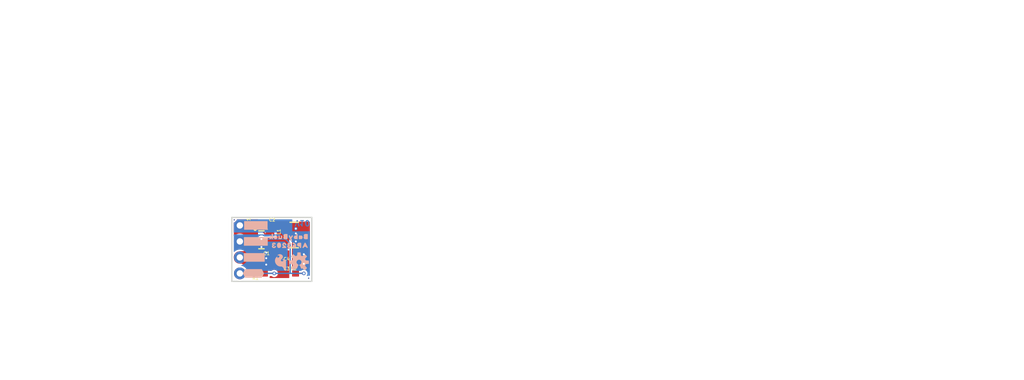
<source format=kicad_pcb>
(kicad_pcb (version 20211014) (generator pcbnew)
  (layers (0 "F.Cu" signal) (31 "B.Cu" signal) (34 "B.Paste" user) (35 "F.Paste" user) (36 "B.SilkS" user "B.Silkscreen") (37 "F.SilkS" user "F.Silkscreen") (38 "B.Mask" user) (39 "F.Mask" user) (44 "Edge.Cuts" user))
  (net 0 "")
  (net 1 "GND")
  (net 2 "N$4")
  (net 3 "N$5")
  (net 4 "VIN")
  (net 5 "3.3V")
  (net 6 "EN")
  (footprint "eagleBoard:ORDERING_INSTRUCTIONS" (layer "F.Cu") (at 166.2811 65.6336)
    (fp_text reference "LOGO3" hide)
    (fp_text value "SPECIAL_INSTRUCTIONS-ORDERING" hide)
  )
  (footprint "eagleBoard:FIDUCIAL-0.2MM" (layer "F.Cu") (at 154.3431 109.5756)
    (fp_text reference "FD1" hide)
    (fp_text value "FIDUCIAL0.2MM" hide)
    (pad "1" smd roundrect (at 0 0) (size 0.2 0.2) (layers "F.Cu") (roundrect_rratio 0.5))
  )
  (footprint "eagleBoard:INDUCTOR_4X4MM" (layer "F.Cu") (at 152.0571 102.7176 90)
    (fp_text reference "L1" (at 0 -2.442 90) (layer "F.SilkS") (effects (font (size 0.512064 0.512064) (thickness 0.097536)) (justify left)))
    (fp_text value "4.7μH")
    (fp_line (start -2.024062 -0.674687) (end -2.024062 0.674687) (layer "F.SilkS") (width 0.2032))
    (fp_line (start 2.024062 -0.674687) (end 2.024062 0.674687) (layer "F.SilkS") (width 0.2032))
    (pad "P$1" smd roundrect (at 0 -1.4732 90) (size 4.0894 1.143) (layers "F.Cu" "F.Paste" "F.Mask") (roundrect_rratio 0.04444444444) (net 3 "N$5"))
    (pad "P$2" smd roundrect (at 0 1.4732 90) (size 4.0894 1.143) (layers "F.Cu" "F.Paste" "F.Mask") (roundrect_rratio 0.04444444444) (net 5 "3.3V"))
  )
  (footprint "eagleBoard:0603" (layer "F.Cu") (at 146.4691 108.8136 180)
    (fp_text reference "R1" (at 0 -0.762) (layer "F.SilkS") (effects (font (size 0.512064 0.512064) (thickness 0.097536)) (justify right)))
    (fp_text value "100k")
    (pad "1" smd roundrect (at -0.85 0 180) (size 1.1 1) (layers "F.Cu" "F.Paste" "F.Mask") (roundrect_rratio 0.0508) (net 6 "EN"))
    (pad "2" smd roundrect (at 0.85 0 180) (size 1.1 1) (layers "F.Cu" "F.Paste" "F.Mask") (roundrect_rratio 0.0508) (net 4 "VIN"))
  )
  (footprint "eagleBoard:0603" (layer "F.Cu") (at 151.4221 107.2896 180)
    (fp_text reference "C3" (at 0 -0.762) (layer "F.SilkS") (effects (font (size 0.512064 0.512064) (thickness 0.097536)) (justify right)))
    (fp_text value "22uF")
    (pad "1" smd roundrect (at -0.85 0 180) (size 1.1 1) (layers "F.Cu" "F.Paste" "F.Mask") (roundrect_rratio 0.0508) (net 5 "3.3V"))
    (pad "2" smd roundrect (at 0.85 0 180) (size 1.1 1) (layers "F.Cu" "F.Paste" "F.Mask") (roundrect_rratio 0.0508) (net 1 "GND"))
  )
  (footprint "eagleBoard:FIDUCIAL-0.2MM" (layer "F.Cu") (at 142.5321 100.3046)
    (fp_text reference "FD3" hide)
    (fp_text value "FIDUCIAL0.2MM" hide)
    (pad "1" smd roundrect (at 0 0) (size 0.2 0.2) (layers "F.Cu") (roundrect_rratio 0.5))
  )
  (footprint "eagleBoard:0603" (layer "F.Cu") (at 151.4221 108.8136)
    (fp_text reference "R2" (at 0 -0.762) (layer "F.SilkS") (effects (font (size 0.512064 0.512064) (thickness 0.097536)) (justify left)))
    (fp_text value "100k")
    (pad "1" smd roundrect (at -0.85 0) (size 1.1 1) (layers "F.Cu" "F.Paste" "F.Mask") (roundrect_rratio 0.0508) (net 1 "GND"))
    (pad "2" smd roundrect (at 0.85 0) (size 1.1 1) (layers "F.Cu" "F.Paste" "F.Mask") (roundrect_rratio 0.0508) (net 6 "EN"))
  )
  (footprint "eagleBoard:SOT23-6" (layer "F.Cu") (at 146.8501 103.4796 -90)
    (fp_text reference "U1" (at -1.905 0) (layer "F.SilkS") (effects (font (size 0.512064 0.512064) (thickness 0.097536)) (justify left)))
    (fp_text value "AP63203")
    (fp_line (start 1.4224 -0.4294) (end 1.4224 0.4294) (layer "F.SilkS") (width 0.2032))
    (fp_line (start -1.4224 0.4294) (end -1.4224 -0.4294) (layer "F.SilkS") (width 0.2032))
    (fp_circle (center -1.65 1) (end -1.5064 1) (layer "F.SilkS") (width 0.2032) (fill none))
    (pad "1" smd roundrect (at -0.95 1.3751 270) (size 0.55 1.35) (layers "F.Cu" "F.Paste" "F.Mask") (roundrect_rratio 0.09236363636) (net 5 "3.3V"))
    (pad "2" smd roundrect (at 0 1.3751 270) (size 0.55 1.35) (layers "F.Cu" "F.Paste" "F.Mask") (roundrect_rratio 0.09236363636) (net 6 "EN"))
    (pad "3" smd roundrect (at 0.95 1.3751 270) (size 0.55 1.35) (layers "F.Cu" "F.Paste" "F.Mask") (roundrect_rratio 0.09236363636) (net 4 "VIN"))
    (pad "4" smd roundrect (at 0.95 -1.3751 270) (size 0.55 1.35) (layers "F.Cu" "F.Paste" "F.Mask") (roundrect_rratio 0.09236363636) (net 1 "GND"))
    (pad "5" smd roundrect (at 0 -1.3751 270) (size 0.55 1.35) (layers "F.Cu" "F.Paste" "F.Mask") (roundrect_rratio 0.09236363636) (net 3 "N$5"))
    (pad "6" smd roundrect (at -0.95 -1.3751 270) (size 0.55 1.35) (layers "F.Cu" "F.Paste" "F.Mask") (roundrect_rratio 0.09236363636) (net 2 "N$4"))
  )
  (footprint "eagleBoard:1210" (layer "F.Cu") (at 147.1041 106.4006)
    (fp_text reference "C1" (at 0 -0.762) (layer "F.SilkS") (effects (font (size 0.512064 0.512064) (thickness 0.097536)) (justify left)))
    (fp_text value "10uF")
    (pad "1" smd roundrect (at -1.755 0) (size 1.27 2.06) (layers "F.Cu" "F.Paste" "F.Mask") (roundrect_rratio 0.04) (net 4 "VIN"))
    (pad "2" smd roundrect (at 1.755 0) (size 1.27 2.06) (layers "F.Cu" "F.Paste" "F.Mask") (roundrect_rratio 0.04) (net 1 "GND"))
  )
  (footprint "eagleBoard:0603" (layer "F.Cu") (at 147.9931 101.0666)
    (fp_text reference "C2" (at 0 -0.762) (layer "F.SilkS") (effects (font (size 0.512064 0.512064) (thickness 0.097536)) (justify left)))
    (fp_text value "0.1uF")
    (pad "1" smd roundrect (at -0.85 0) (size 1.1 1) (layers "F.Cu" "F.Paste" "F.Mask") (roundrect_rratio 0.0508) (net 2 "N$4"))
    (pad "2" smd roundrect (at 0.85 0) (size 1.1 1) (layers "F.Cu" "F.Paste" "F.Mask") (roundrect_rratio 0.0508) (net 3 "N$5"))
  )
  (footprint "eagleBoard:1X04_NO_SILK" (layer "F.Cu") (at 143.4211 101.1936 -90)
    (fp_text reference "J1" (at -1.27 -1.397 90) (layer "F.SilkS") (effects (font (size 0.512064 0.512064) (thickness 0.097536)) (justify right)))
    (fp_text value "")
    (pad "1" thru_hole circle (at 0 0) (size 1.8796 1.8796) (drill 1.016) (layers *.Cu *.Mask) (net 5 "3.3V"))
    (pad "2" thru_hole circle (at 2.54 0) (size 1.8796 1.8796) (drill 1.016) (layers *.Cu *.Mask) (net 1 "GND"))
    (pad "3" thru_hole circle (at 5.08 0) (size 1.8796 1.8796) (drill 1.016) (layers *.Cu *.Mask) (net 4 "VIN"))
    (pad "4" thru_hole circle (at 7.62 0) (size 1.8796 1.8796) (drill 1.016) (layers *.Cu *.Mask) (net 6 "EN"))
  )
  (footprint "eagleBoard:CREATIVE_COMMONS" (layer "F.Cu") (at 125.6411 125.3236)
    (fp_text reference "FRAME1" hide)
    (fp_text value "FRAME-LETTER" hide)
  )
  (footprint "eagleBoard:0603" (layer "F.Cu") (at 151.4221 105.7656 180)
    (fp_text reference "C4" (at 0 -0.762) (layer "F.SilkS") (effects (font (size 0.512064 0.512064) (thickness 0.097536)) (justify right)))
    (fp_text value "22uF")
    (pad "1" smd roundrect (at -0.85 0 180) (size 1.1 1) (layers "F.Cu" "F.Paste" "F.Mask") (roundrect_rratio 0.0508) (net 5 "3.3V"))
    (pad "2" smd roundrect (at 0.85 0 180) (size 1.1 1) (layers "F.Cu" "F.Paste" "F.Mask") (roundrect_rratio 0.0508) (net 1 "GND"))
  )
  (footprint "eagleBoard:FIDUCIAL-0.2MM" (layer "B.Cu") (at 142.5321 100.3046 180)
    (fp_text reference "FD4" hide)
    (fp_text value "FIDUCIAL0.2MM" hide)
    (pad "1" smd roundrect (at 0 0 180) (size 0.2 0.2) (layers "B.Cu") (roundrect_rratio 0.5))
  )
  (footprint "eagleBoard:FIDUCIAL-0.2MM" (layer "B.Cu") (at 154.3431 109.5756 180)
    (fp_text reference "FD2" hide)
    (fp_text value "FIDUCIAL0.2MM" hide)
    (pad "1" smd roundrect (at 0 0 180) (size 0.2 0.2) (layers "B.Cu") (roundrect_rratio 0.5))
  )
  (footprint "eagleBoard:#EN#0" (layer "B.Cu") (at 145.5801 108.8136 180)
    (fp_text reference "U$4" hide)
    (fp_text value "" hide)
    (fp_poly (pts (xy 1.354214 0.632736) (xy 1.665205 0.030818) (xy 1.654811 -0.031547) (xy 1.354121 -0.64295) (xy 1.312071 -0.685) (xy -1.270414 -0.685) (xy -1.333296 -0.67452) (xy -1.675607 -0.010034) (xy -1.644487 0.052207) (xy -1.343564 0.664082) (xy -1.280811 0.685) (xy 1.312403 0.685)) (layer "B.SilkS") (width 0) (fill solid))
  )
  (footprint "eagleBoard:SFE_LOGO_FLAME_.1" (layer "B.Cu") (at 149.8981 107.0356 180)
    (fp_text reference "LOGO1" hide)
    (fp_text value "SFE_LOGO_FLAME.1_INCH" hide)
    (fp_poly (pts (xy 0.269844 1.255175) (xy 0.417112 1.181541) (xy 0.462026 1.147855) (xy 0.538982 1.0709) (xy 0.428006 1.0709) (xy 0.408005 1.0809) (xy 0.361689 1.0809) (xy 0.325361 1.071818) (xy 0.279477 1.062641) (xy 0.24711 1.046458) (xy 0.215081 1.022435) (xy 0.200019 0.999843) (xy 0.192288 0.984381) (xy 0.1851 0.962817) (xy 0.1851 0.913689) (xy 0.192361 0.884643) (xy 0.226607 0.833275) (xy 0.282028 0.777854) (xy 0.319016 0.750113) (xy 0.346157 0.732019) (xy 0.380301 0.714947) (xy 0.451689 0.6971) (xy 0.470817 0.6971) (xy 0.486419 0.702301) (xy 0.505687 0.721569) (xy 0.511712 0.733619) (xy 0.5189 0.755183) (xy 0.5189 0.907742) (xy 0.661838 0.818406) (xy 0.747505 0.722031) (xy 0.821662 0.605498) (xy 0.873968 0.448579) (xy 0.905309 0.281428) (xy 0.894811 0.102974) (xy 0.842628 -0.095322) (xy 0.738878 -0.282072) (xy 0.665618 -0.376263) (xy 0.583044 -0.458838) (xy 0.499524 -0.531917) (xy 0.393984 -0.595241) (xy 0.289127 -0.637184) (xy 0.175165 -0.668265) (xy 0.050153 -0.6891) (xy -0.139844 -0.6891) (xy -0.189603 -0.697393) (xy -0.279373 -0.751255) (xy -0.375026 -0.846908) (xy -0.495025 -0.986906) (xy -0.614841 -1.106723) (xy -0.664837 -1.166719) (xy -0.712745 -1.214627) (xy -0.742743 -1.264624) (xy -0.8611 -1.382982) (xy -0.8611 0.081372) (xy -0.850441 0.166641) (xy -0.828254 0.244296) (xy -0.762148 0.354474) (xy -0.706336 0.399123) (xy -0.661829 0.432503) (xy -0.603902 0.455674) (xy -0.54987 0.466481) (xy -0.486153 0.4771) (xy -0.354006 0.4771) (xy -0.258681 0.429438) (xy -0.310431 0.377687) (xy -0.358383 0.353711) (xy -0.382419 0.345699) (xy -0.4297 0.298418) (xy -0.4349 0.282817) (xy -0.4349 0.255183) (xy -0.428468 0.235888) (xy -0.413393 0.213275) (xy -0.361588 0.16147) (xy -0.322097 0.145674) (xy -0.279228 0.1371) (xy -0.207689 0.1371) (xy -0.138643 0.154361) (xy -0.089056 0.18742) (xy -0.056996 0.227495) (xy -0.0411 0.275183) (xy -0.0411 0.332091) (xy -0.065776 0.397894) (xy -0.130732 0.462851) (xy -0.211575 0.553799) (xy -0.284339 0.636958) (xy -0.338992 0.735334) (xy -0.3611 0.834818) (xy -0.3611 0.925183) (xy -0.327711 1.025349) (xy -0.271726 1.114925) (xy -0.173954 1.19097) (xy -0.055855 1.255387) (xy 0.063565 1.2771) (xy 0.171182 1.2771)) (layer "B.SilkS") (width 0) (fill solid))
  )
  (footprint "eagleBoard:#GND#0" (layer "B.Cu") (at 145.9611 103.7336 180)
    (fp_text reference "U$2" hide)
    (fp_text value "" hide)
    (fp_poly (pts (xy 1.05271 0.224235) (xy 1.103557 0.183557) (xy 1.144235 0.13271) (xy 1.174835 0.07151) (xy 1.185051 0) (xy 1.174835 -0.07151) (xy 1.144109 -0.132962) (xy 1.093536 -0.183536) (xy 1.042962 -0.234109) (xy 1.02118 -0.245) (xy 0.815764 -0.245) (xy 0.805 -0.180414) (xy 0.805 0.2225) (xy 0.848333 0.255) (xy 0.99118 0.255)) (layer "B.SilkS") (width 0) (fill solid))
    (fp_poly (pts (xy 1.895 0.674236) (xy 1.895 -0.685) (xy -1.830414 -0.685) (xy -1.895 -0.674236) (xy -1.895 0.685) (xy 1.830414 0.685)) (layer "B.SilkS") (width 0) (fill solid))
  )
  (footprint "eagleBoard:OSHW-LOGO-S" (layer "B.Cu") (at 152.8191 107.0356 180)
    (fp_text reference "LOGO2" hide)
    (fp_text value "OSHW-LOGOS" hide)
    (fp_poly (pts (xy 0.301647 1.061351) (xy 0.42347 1.022344) (xy 0.537177 0.963769) (xy 0.92862 1.282946) (xy 1.282946 0.92862) (xy 0.961035 0.533823) (xy 1.057046 0.302084) (xy 1.5638 0.250561) (xy 1.5638 -0.250561) (xy 1.057046 -0.302084) (xy 0.961035 -0.533823) (xy 1.282946 -0.92862) (xy 0.92862 -1.282946) (xy 0.537177 -0.96377) (xy 0.356601 -1.056794) (xy 0.088679 -0.410073) (xy 0.326262 -0.2176) (xy 0.373649 -0.121468) (xy 0.392729 -0.010339) (xy 0.379464 0.101634) (xy 0.334947 0.205229) (xy 0.262842 0.291918) (xy 0.169087 0.354561) (xy 0.061406 0.387999) (xy -0.051342 0.38948) (xy -0.159868 0.358881) (xy -0.255234 0.298724) (xy -0.329589 0.213962) (xy -0.376813 0.111569) (xy -0.392176 0.005767) (xy -0.322923 -0.222565) (xy -0.249312 -0.303773) (xy 0.091677 -0.5081) (xy -0.12929 -0.5081) (xy -0.355332 -1.053732) (xy -0.506597 -0.983577) (xy -0.538922 -0.965192) (xy -0.92862 -1.282946) (xy -1.282946 -0.92862) (xy -0.961035 -0.533823) (xy -1.057046 -0.302084) (xy -1.5638 -0.250561) (xy -1.5638 0.250561) (xy -1.057046 0.302084) (xy -0.961035 0.533823) (xy -1.282946 0.92862) (xy -0.92862 1.282946) (xy -0.533823 0.961035) (xy -0.302084 1.057046) (xy -0.250561 1.5638) (xy 0.250561 1.5638)) (layer "B.SilkS") (width 0) (fill solid))
  )
  (footprint "eagleBoard:BABYBUCK0" (layer "B.Cu") (at 154.8511 102.9716 180)
    (fp_text reference "U$8" hide)
    (fp_text value "" hide)
    (fp_poly (pts (xy 3.183746 0.183441) (xy 3.284366 0.022449) (xy 3.334108 -0.077036) (xy 3.348174 -0.091102) (xy 3.36541 -0.048013) (xy 3.435498 0.102176) (xy 3.476179 0.183538) (xy 3.529399 0.215471) (xy 3.592216 0.194532) (xy 3.654497 0.153011) (xy 3.665282 0.099085) (xy 3.634461 0.047718) (xy 3.35446 -0.602285) (xy 3.323421 -0.654017) (xy 3.270156 -0.675323) (xy 3.207784 -0.654532) (xy 3.145799 -0.613209) (xy 3.13473 -0.58) (xy 3.145369 -0.548082) (xy 3.165458 -0.507904) (xy 3.225144 -0.368638) (xy 3.234804 -0.301015) (xy 3.025681 0.057481) (xy 2.9943 0.109781) (xy 3.016205 0.15359) (xy 3.087821 0.194513) (xy 3.140752 0.215686)) (layer "B.SilkS") (width 0) (fill solid))
    (fp_poly (pts (xy 1.12205 0.404565) (xy 1.182962 0.374109) (xy 1.223971 0.3331) (xy 1.254494 0.282229) (xy 1.275 0.230963) (xy 1.275 0.109189) (xy 1.25437 0.047299) (xy 1.2367 0.029629) (xy 1.274367 -0.017455) (xy 1.294843 -0.068645) (xy 1.305069 -0.13) (xy 1.284776 -0.251758) (xy 1.254114 -0.302861) (xy 1.213343 -0.353825) (xy 1.162572 -0.384287) (xy 1.111385 -0.415) (xy 0.6775 -0.415) (xy 0.64532 -0.372093) (xy 0.635 -0.320495) (xy 0.635 0.340495) (xy 0.645531 0.393149) (xy 0.698615 0.425) (xy 1.070963 0.425)) (layer "B.SilkS") (width 0) (fill solid))
    (fp_poly (pts (xy 5.841209 0.194867) (xy 5.902427 0.174461) (xy 5.953619 0.133508) (xy 5.985 0.091667) (xy 5.985 0.038486) (xy 5.943537 -0.023709) (xy 5.890797 -0.055353) (xy 5.848255 -0.044718) (xy 5.78882 -0.015) (xy 5.731384 -0.015) (xy 5.684158 -0.043335) (xy 5.665 -0.10081) (xy 5.665 -0.157598) (xy 5.712172 -0.195335) (xy 5.760082 -0.204917) (xy 5.818243 -0.195224) (xy 5.869085 -0.164718) (xy 5.922767 -0.175454) (xy 5.964235 -0.22729) (xy 5.995476 -0.289772) (xy 5.974066 -0.343299) (xy 5.91234 -0.384449) (xy 5.861355 -0.404843) (xy 5.800414 -0.415) (xy 5.739505 -0.415) (xy 5.688714 -0.404842) (xy 5.627898 -0.38457) (xy 5.577139 -0.354114) (xy 5.526175 -0.313343) (xy 5.495713 -0.262572) (xy 5.465224 -0.211758) (xy 5.455 -0.150414) (xy 5.455 -0.089586) (xy 5.465133 -0.028791) (xy 5.48543 0.032102) (xy 5.516029 0.0831) (xy 5.55666 0.123731) (xy 5.607573 0.164461) (xy 5.668714 0.184842) (xy 5.719098 0.194919) (xy 5.78 0.205069)) (layer "B.SilkS") (width 0) (fill solid))
    (fp_poly (pts (xy 4.884185 0.163875) (xy 4.894899 0.121019) (xy 4.905 0.060414) (xy 4.905 -0.119586) (xy 4.914553 -0.176901) (xy 4.961384 -0.205) (xy 5.018616 -0.205) (xy 5.066356 -0.176356) (xy 5.095 -0.128616) (xy 5.095 0.110495) (xy 5.105628 0.163636) (xy 5.159037 0.185) (xy 5.24118 0.185) (xy 5.283936 0.163622) (xy 5.305 0.110963) (xy 5.305 -0.320495) (xy 5.29468 -0.372093) (xy 5.2625 -0.415) (xy 5.189645 -0.415) (xy 5.116699 -0.404579) (xy 5.097467 -0.366114) (xy 5.072101 -0.37457) (xy 5.02183 -0.404733) (xy 4.970495 -0.415) (xy 4.909189 -0.415) (xy 4.847898 -0.39457) (xy 4.796657 -0.363825) (xy 4.755886 -0.312861) (xy 4.725506 -0.262229) (xy 4.705157 -0.211355) (xy 4.695 -0.150414) (xy 4.695 0.090414) (xy 4.705331 0.152403) (xy 4.737929 0.185) (xy 4.820811 0.185)) (layer "B.SilkS") (width 0) (fill solid))
    (fp_poly (pts (xy 1.812351 0.164487) (xy 1.853284 0.133787) (xy 1.85863 0.128441) (xy 1.876454 0.164088) (xy 1.939189 0.185) (xy 2.011667 0.185) (xy 2.054603 0.152798) (xy 2.065 0.090414) (xy 2.065 -0.330495) (xy 2.054528 -0.382854) (xy 2.011667 -0.415) (xy 1.939505 -0.415) (xy 1.886851 -0.404469) (xy 1.859008 -0.358064) (xy 1.82281 -0.394261) (xy 1.770963 -0.415) (xy 1.709586 -0.415) (xy 1.648645 -0.404843) (xy 1.597455 -0.384367) (xy 1.546443 -0.343557) (xy 1.505886 -0.292861) (xy 1.475224 -0.241758) (xy 1.455 -0.120414) (xy 1.455 -0.059037) (xy 1.475304 -0.008278) (xy 1.49563 0.052701) (xy 1.536464 0.093536) (xy 1.5869 0.143971) (xy 1.63817 0.174733) (xy 1.689505 0.185) (xy 1.750811 0.185)) (layer "B.SilkS") (width 0) (fill solid))
    (fp_poly (pts (xy 2.444513 0.443333) (xy 2.455 0.380414) (xy 2.455 0.14809) (xy 2.48795 0.164565) (xy 2.539037 0.185) (xy 2.640963 0.185) (xy 2.692545 0.164367) (xy 2.74334 0.123731) (xy 2.793971 0.0731) (xy 2.824287 0.022572) (xy 2.854776 -0.028242) (xy 2.865069 -0.09) (xy 2.854919 -0.150902) (xy 2.844842 -0.201286) (xy 2.824461 -0.262427) (xy 2.783904 -0.313123) (xy 2.743343 -0.363825) (xy 2.692102 -0.39457) (xy 2.630811 -0.415) (xy 2.579645 -0.415) (xy 2.508025 -0.404769) (xy 2.469095 -0.375572) (xy 2.442101 -0.38457) (xy 2.391385 -0.415) (xy 2.319037 -0.415) (xy 2.265628 -0.393636) (xy 2.255 -0.340495) (xy 2.255 0.390495) (xy 2.265628 0.443636) (xy 2.319037 0.465) (xy 2.40118 0.465)) (layer "B.SilkS") (width 0) (fill solid))
    (fp_poly (pts (xy 4.352102 0.40457) (xy 4.4031 0.373971) (xy 4.443971 0.3331) (xy 4.474494 0.282229) (xy 4.494843 0.231355) (xy 4.505069 0.17) (xy 4.494867 0.108791) (xy 4.474631 0.048082) (xy 4.4657 0.030219) (xy 4.494494 -0.017771) (xy 4.514843 -0.068645) (xy 4.525 -0.129586) (xy 4.525 -0.190811) (xy 4.504697 -0.251721) (xy 4.484261 -0.30281) (xy 4.433284 -0.353787) (xy 4.392639 -0.384271) (xy 4.33118 -0.415) (xy 3.907929 -0.415) (xy 3.865394 -0.372465) (xy 3.855 -0.320495) (xy 3.855 0.340963) (xy 3.875878 0.393159) (xy 3.918333 0.425) (xy 4.290811 0.425)) (layer "B.SilkS") (width 0) (fill solid))
    (fp_poly (pts (xy 6.374603 0.442798) (xy 6.385 0.380414) (xy 6.385 0.029343) (xy 6.407005 0.044013) (xy 6.466619 0.093691) (xy 6.5069 0.133971) (xy 6.558615 0.165) (xy 6.612071 0.165) (xy 6.664261 0.11281) (xy 6.685243 0.060356) (xy 6.674515 0.017444) (xy 6.623432 -0.033639) (xy 6.537792 -0.109763) (xy 6.673106 -0.216082) (xy 6.725 -0.257597) (xy 6.725 -0.31118) (xy 6.693981 -0.373218) (xy 6.641754 -0.415) (xy 6.598486 -0.415) (xy 6.536815 -0.373886) (xy 6.506545 -0.343617) (xy 6.40743 -0.254413) (xy 6.385 -0.246937) (xy 6.385 -0.361667) (xy 6.352757 -0.404657) (xy 6.28 -0.415051) (xy 6.207243 -0.404657) (xy 6.175 -0.361667) (xy 6.175 0.410963) (xy 6.196403 0.464469) (xy 6.259586 0.475) (xy 6.331667 0.475)) (layer "B.SilkS") (width 0) (fill solid))
  )
  (footprint "eagleBoard:#3V3#0" (layer "B.Cu") (at 145.9611 101.1936 180)
    (fp_text reference "U$1" hide)
    (fp_text value "" hide)
    (fp_poly (pts (xy 1.865 0.674236) (xy 1.865 -0.620414) (xy 1.854236 -0.685) (xy -1.810963 -0.685) (xy -1.865 -0.663385) (xy -1.865 0.630963) (xy -1.843385 0.685) (xy 1.800414 0.685)) (layer "B.SilkS") (width 0) (fill solid))
  )
  (footprint "eagleBoard:AP632030" (layer "B.Cu") (at 151.2951 104.3686 180)
    (fp_text reference "U$7" hide)
    (fp_text value "" hide)
    (fp_poly (pts (xy -1.43817 0.414733) (xy -1.387598 0.384389) (xy -1.327038 0.354109) (xy -1.286029 0.3131) (xy -1.255713 0.262572) (xy -1.225614 0.212408) (xy -1.215 0.19118) (xy -1.215 0.069189) (xy -1.235303 0.008279) (xy -1.255633 -0.042545) (xy -1.296492 -0.093619) (xy -1.337361 -0.124271) (xy -1.397291 -0.154236) (xy -1.3926 -0.163619) (xy -1.449098 -0.174919) (xy -1.509586 -0.185) (xy -1.619038 -0.185) (xy -1.665 -0.203385) (xy -1.665 -0.3825) (xy -1.708333 -0.415) (xy -1.780414 -0.415) (xy -1.843333 -0.404513) (xy -1.864835 -0.36151) (xy -1.875 -0.290355) (xy -1.875 0.350963) (xy -1.853847 0.403847) (xy -1.800963 0.425) (xy -1.489505 0.425)) (layer "B.SilkS") (width 0) (fill solid))
    (fp_poly (pts (xy 1.741355 0.444843) (xy 1.792545 0.424367) (xy 1.84334 0.383731) (xy 1.883971 0.3431) (xy 1.91457 0.292102) (xy 1.934696 0.231722) (xy 1.956852 0.176333) (xy 1.953954 0.175723) (xy 1.964919 0.120902) (xy 1.975 0.060414) (xy 1.975 -0.000355) (xy 1.964942 -0.070765) (xy 1.954932 -0.130822) (xy 1.944843 -0.191355) (xy 1.924494 -0.242229) (xy 1.894155 -0.292794) (xy 1.863619 -0.333508) (xy 1.812861 -0.374114) (xy 1.761758 -0.404776) (xy 1.700414 -0.415) (xy 1.579037 -0.415) (xy 1.52795 -0.394565) (xy 1.467038 -0.364109) (xy 1.426213 -0.323284) (xy 1.395729 -0.282639) (xy 1.365435 -0.22205) (xy 1.345157 -0.171355) (xy 1.335 -0.110414) (xy 1.335 -0.050414) (xy 1.324941 0.009941) (xy 1.335 0.080357) (xy 1.335 0.140495) (xy 1.345158 0.191286) (xy 1.365369 0.251918) (xy 1.395729 0.312639) (xy 1.42573 0.35264) (xy 1.446378 0.393936) (xy 1.497948 0.414564) (xy 1.558363 0.444772) (xy 1.609505 0.455) (xy 1.680414 0.455)) (layer "B.SilkS") (width 0) (fill solid))
    (fp_poly (pts (xy 0.243639 0.363455) (xy 0.284367 0.312545) (xy 0.304843 0.261355) (xy 0.315 0.200414) (xy 0.315 0.139037) (xy 0.294261 0.08719) (xy 0.255 0.047928) (xy 0.255 0.022072) (xy 0.293971 -0.0169) (xy 0.324776 -0.068242) (xy 0.335 -0.129586) (xy 0.335 -0.190811) (xy 0.31457 -0.252102) (xy 0.283971 -0.3031) (xy 0.2431 -0.343971) (xy 0.192572 -0.374287) (xy 0.141758 -0.404776) (xy 0.080414 -0.415) (xy -0.040414 -0.415) (xy -0.101209 -0.404867) (xy -0.162351 -0.384487) (xy -0.203284 -0.353787) (xy -0.243731 -0.31334) (xy -0.284461 -0.262427) (xy -0.305 -0.200811) (xy -0.305 -0.138486) (xy -0.283141 -0.105697) (xy -0.2107 -0.085) (xy -0.1375 -0.085) (xy -0.105603 -0.127529) (xy -0.086064 -0.176378) (xy -0.028437 -0.205192) (xy 0.029598 -0.214864) (xy 0.087297 -0.195631) (xy 0.124572 -0.158356) (xy 0.115394 -0.112466) (xy 0.077642 -0.074714) (xy 0.009156 -0.06493) (xy -0.042465 -0.054606) (xy -0.074749 -0.022322) (xy -0.085121 0.06066) (xy -0.063936 0.113622) (xy -0.02151 0.134835) (xy 0.04885 0.144887) (xy 0.105 0.163603) (xy 0.105 0.20717) (xy 0.058243 0.235224) (xy 0.000782 0.244801) (xy -0.056463 0.216179) (xy -0.086216 0.166588) (xy -0.128333 0.135) (xy -0.191754 0.135) (xy -0.243825 0.176657) (xy -0.275353 0.229203) (xy -0.264718 0.271745) (xy -0.234235 0.33271) (xy -0.193343 0.383825) (xy -0.142102 0.41457) (xy -0.081209 0.434867) (xy -0.020414 0.445) (xy 0.151901 0.445)) (layer "B.SilkS") (width 0) (fill solid))
    (fp_poly (pts (xy -2.416378 0.413936) (xy -2.395507 0.372194) (xy -2.085418 -0.277993) (xy -2.064314 -0.330752) (xy -2.096621 -0.373828) (xy -2.168672 -0.415) (xy -2.221667 -0.415) (xy -2.263869 -0.383348) (xy -2.324214 -0.272714) (xy -2.352499 -0.235) (xy -2.64691 -0.235) (xy -2.695614 -0.332408) (xy -2.726356 -0.383644) (xy -2.779085 -0.415282) (xy -2.83195 -0.404709) (xy -2.893878 -0.363424) (xy -2.915398 -0.320384) (xy -2.894636 -0.258098) (xy -2.60457 0.332038) (xy -2.584153 0.383081) (xy -2.532107 0.424718) (xy -2.469442 0.435162)) (layer "B.SilkS") (width 0) (fill solid))
    (fp_poly (pts (xy 2.693894 0.363229) (xy 2.724287 0.312572) (xy 2.754776 0.261758) (xy 2.765 0.200414) (xy 2.765 0.139037) (xy 2.744153 0.086919) (xy 2.695 0.047598) (xy 2.695 0.022402) (xy 2.743825 -0.016657) (xy 2.774776 -0.068242) (xy 2.785069 -0.13) (xy 2.764776 -0.251758) (xy 2.733971 -0.3031) (xy 2.6931 -0.343971) (xy 2.642572 -0.374287) (xy 2.591758 -0.404776) (xy 2.530414 -0.415) (xy 2.399586 -0.415) (xy 2.338645 -0.404843) (xy 2.287771 -0.384494) (xy 2.236588 -0.353784) (xy 2.206036 -0.313048) (xy 2.165539 -0.262427) (xy 2.145 -0.200811) (xy 2.145 -0.138486) (xy 2.166791 -0.105799) (xy 2.229189 -0.085) (xy 2.302071 -0.085) (xy 2.344261 -0.12719) (xy 2.363936 -0.176378) (xy 2.421563 -0.205192) (xy 2.479443 -0.214838) (xy 2.527188 -0.19574) (xy 2.565 -0.157928) (xy 2.565 -0.112402) (xy 2.517895 -0.074718) (xy 2.459098 -0.064919) (xy 2.407535 -0.054606) (xy 2.375251 -0.022322) (xy 2.364879 0.06066) (xy 2.386064 0.113622) (xy 2.42849 0.134835) (xy 2.498702 0.144866) (xy 2.545 0.163385) (xy 2.545 0.2075) (xy 2.507975 0.235268) (xy 2.450782 0.244801) (xy 2.393537 0.216179) (xy 2.363784 0.166588) (xy 2.321667 0.135) (xy 2.258246 0.135) (xy 2.206175 0.176657) (xy 2.174647 0.229203) (xy 2.185282 0.271745) (xy 2.215765 0.33271) (xy 2.256657 0.383825) (xy 2.307898 0.41457) (xy 2.368714 0.434842) (xy 2.419505 0.445) (xy 2.601901 0.445)) (layer "B.SilkS") (width 0) (fill solid))
    (fp_poly (pts (xy 0.911286 0.424842) (xy 0.972701 0.40437) (xy 1.013536 0.363536) (xy 1.053971 0.3231) (xy 1.084287 0.272572) (xy 1.114776 0.221758) (xy 1.125 0.160414) (xy 1.125 0.099586) (xy 1.114843 0.038645) (xy 1.094494 -0.012229) (xy 1.063971 -0.0631) (xy 1.01334 -0.113731) (xy 0.962861 -0.154114) (xy 0.912408 -0.184386) (xy 0.878441 -0.201369) (xy 0.882072 -0.205) (xy 1.050355 -0.205) (xy 1.122757 -0.215343) (xy 1.154732 -0.257975) (xy 1.165069 -0.32) (xy 1.154552 -0.3831) (xy 1.101385 -0.415) (xy 0.567929 -0.415) (xy 0.525739 -0.37281) (xy 0.504838 -0.320558) (xy 0.515224 -0.258242) (xy 0.545886 -0.207139) (xy 0.586492 -0.156381) (xy 0.627206 -0.125845) (xy 0.777139 -0.035886) (xy 0.826652 0.003724) (xy 0.866276 0.043348) (xy 0.905335 0.092172) (xy 0.914761 0.139299) (xy 0.886056 0.196708) (xy 0.848333 0.225) (xy 0.791384 0.225) (xy 0.744158 0.196665) (xy 0.724843 0.138719) (xy 0.714813 0.088569) (xy 0.693781 0.03599) (xy 0.630461 0.014883) (xy 0.558025 0.025231) (xy 0.515472 0.057146) (xy 0.505 0.109505) (xy 0.505 0.170811) (xy 0.525303 0.231721) (xy 0.545633 0.282545) (xy 0.586269 0.33334) (xy 0.6269 0.373971) (xy 0.677771 0.404494) (xy 0.728645 0.424843) (xy 0.789586 0.435) (xy 0.860495 0.435)) (layer "B.SilkS") (width 0) (fill solid))
    (fp_poly (pts (xy -0.537243 0.424657) (xy -0.505268 0.382025) (xy -0.494838 0.319442) (xy -0.515603 0.267529) (xy -0.5475 0.225) (xy -0.619586 0.225) (xy -0.678794 0.215132) (xy -0.737648 0.195514) (xy -0.776494 0.166379) (xy -0.815413 0.117731) (xy -0.823233 0.086453) (xy -0.780495 0.095) (xy -0.719586 0.095) (xy -0.658645 0.084843) (xy -0.607455 0.064367) (xy -0.556443 0.023557) (xy -0.515886 -0.027139) (xy -0.485267 -0.07817) (xy -0.475 -0.129505) (xy -0.475 -0.150414) (xy -0.485157 -0.211355) (xy -0.505506 -0.262229) (xy -0.536029 -0.3131) (xy -0.5769 -0.353971) (xy -0.627771 -0.384494) (xy -0.678645 -0.404843) (xy -0.739586 -0.415) (xy -0.810414 -0.415) (xy -0.871355 -0.404843) (xy -0.92281 -0.384261) (xy -0.963536 -0.343536) (xy -1.003971 -0.3031) (xy -1.034494 -0.252229) (xy -1.054843 -0.201355) (xy -1.065 -0.140414) (xy -1.065 -0.009586) (xy -1.054932 0.050822) (xy -1.044843 0.111355) (xy -1.024494 0.162229) (xy -0.994287 0.212572) (xy -0.963971 0.2631) (xy -0.923536 0.303536) (xy -0.883284 0.343787) (xy -0.842794 0.374155) (xy -0.792102 0.40457) (xy -0.731209 0.424867) (xy -0.670414 0.435) (xy -0.609645 0.435)) (layer "B.SilkS") (width 0) (fill solid))
  )
  (footprint "eagleBoard:#VIN#0" (layer "B.Cu") (at 145.7071 106.2736 180)
    (fp_text reference "U$3" hide)
    (fp_text value "" hide)
    (fp_poly (pts (xy 1.665 -0.685) (xy -1.665 -0.685) (xy -1.665 0.685) (xy 1.665 0.685)) (layer "B.SilkS") (width 0) (fill solid))
  )
  (gr_line (start 142.1511 110.0836) (end 154.8511 110.0836) (layer "Edge.Cuts") (width 0.2032))
  (gr_line (start 154.8511 110.0836) (end 154.8511 99.9236) (layer "Edge.Cuts") (width 0.2032))
  (gr_line (start 154.8511 99.9236) (end 142.1511 99.9236) (layer "Edge.Cuts") (width 0.2032))
  (gr_line (start 142.1511 99.9236) (end 142.1511 110.0836) (layer "Edge.Cuts") (width 0.2032))
  (gr_text "V10" (at 152.0571 100.3046 -180) (layer "B.Cu") (effects (font (size 0.8636 0.8636) (thickness 0.1524)) (justify left bottom mirror)))
  (via (at 147.6121 105.5116) (size 0.5588) (drill 0.3048) (layers "F.Cu" "B.Cu") (net 1))
  (via (at 146.8501 104.6226) (size 0.5588) (drill 0.3048) (layers "F.Cu" "B.Cu") (net 1))
  (via (at 147.6121 107.4166) (size 0.5588) (drill 0.3048) (layers "F.Cu" "B.Cu") (net 1))
  (via (at 147.6121 106.4006) (size 0.5588) (drill 0.3048) (layers "F.Cu" "B.Cu") (net 1))
  (segment (start 147.4241 102.5296) (end 147.1431 102.2486) (width 0.2032) (layer "F.Cu") (net 2))
  (segment (start 147.1431 101.0666) (end 147.1431 102.2486) (width 0.2032) (layer "F.Cu") (net 2))
  (segment (start 148.2252 102.5296) (end 147.4241 102.5296) (width 0.2032) (layer "F.Cu") (net 2))
  (segment (start 152.3111 102.4636) (end 153.5303 102.4636) (width 0.508) (layer "F.Cu") (net 5))
  (segment (start 153.5303 102.4636) (end 153.5303 102.7176) (width 0.508) (layer "F.Cu") (net 5))
  (via (at 153.5811 105.7656) (size 0.5588) (drill 0.3048) (layers "F.Cu" "B.Cu") (net 5))
  (via (at 152.3111 103.7336) (size 0.5588) (drill 0.3048) (layers "F.Cu" "B.Cu") (net 5))
  (via (at 152.3111 101.7016) (size 0.5588) (drill 0.3048) (layers "F.Cu" "B.Cu") (net 5))
  (via (at 152.3111 102.4636) (size 0.5588) (drill 0.3048) (layers "F.Cu" "B.Cu") (net 5))
  (via (at 153.5811 107.2896) (size 0.5588) (drill 0.3048) (layers "F.Cu" "B.Cu") (net 5))
  (segment (start 152.2721 108.8136) (end 153.5811 108.8136) (width 0.2032) (layer "F.Cu") (net 6))
  (segment (start 146.8501 103.3526) (end 146.7231 103.4796) (width 0.2032) (layer "F.Cu") (net 6))
  (segment (start 147.3191 108.8136) (end 148.8821 108.8136) (width 0.2032) (layer "F.Cu") (net 6))
  (segment (start 146.7231 103.4796) (end 145.475 103.4796) (width 0.2032) (layer "F.Cu") (net 6))
  (via (at 146.8501 103.3526) (size 0.5588) (drill 0.3048) (layers "F.Cu" "B.Cu") (net 6))
  (via (at 148.8821 108.8136) (size 0.5588) (drill 0.3048) (layers "F.Cu" "B.Cu") (net 6))
  (via (at 153.5811 108.8136) (size 0.5588) (drill 0.3048) (layers "F.Cu" "B.Cu") (net 6))
  (segment (start 146.8501 103.3526) (end 150.6601 103.3526) (width 0.2032) (layer "B.Cu") (net 6))
  (segment (start 153.5811 108.8136) (end 151.4221 108.8136) (width 0.2032) (layer "B.Cu") (net 6))
  (segment (start 151.4221 108.8136) (end 148.8821 108.8136) (width 0.2032) (layer "B.Cu") (net 6))
  (segment (start 148.8821 108.8136) (end 143.4211 108.8136) (width 0.2032) (layer "B.Cu") (net 6))
  (segment (start 150.6601 103.3526) (end 151.4221 104.1146) (width 0.2032) (layer "B.Cu") (net 6))
  (segment (start 151.4221 104.1146) (end 151.4221 108.8136) (width 0.2032) (layer "B.Cu") (net 6))
  (zone (net 5) (net_name "3.3V") (layer "F.Cu") (priority 6) (connect_pads yes (clearance 0.3048)) (min_thickness 0.1016) (fill yes (thermal_gap 0.508) (thermal_bridge_width 0.508))
    (polygon (pts (xy 154.9527 107.8992) (xy 151.7015 107.8992) (xy 151.7015 100.584) (xy 154.9527 100.584)))
  )
  (zone (net 3) (net_name "N$5") (layer "F.Cu") (priority 6) (connect_pads yes (clearance 0.3048)) (min_thickness 0.1016) (fill yes (thermal_gap 0.508) (thermal_bridge_width 0.508))
    (polygon (pts (xy 151.2697 104.8512) (xy 149.6695 104.8512) (xy 149.6695 103.8352) (xy 147.3835 103.8352) (xy 147.3835 103.124) (xy 149.2885 103.124) (xy 149.2885 101.6762) (xy 148.1455 101.6762) (xy 148.1455 100.457) (xy 151.2697 100.457)))
  )
  (zone (net 5) (net_name "3.3V") (layer "F.Cu") (priority 6) (connect_pads yes (clearance 0.3048)) (min_thickness 0.1016) (fill yes (thermal_gap 0.508) (thermal_bridge_width 0.508))
    (polygon (pts (xy 146.3167 102.9462) (xy 142.0495 102.9462) (xy 142.0495 99.822) (xy 146.3167 99.822)))
  )
  (zone (net 1) (net_name "GND") (layer "F.Cu") (priority 4) (connect_pads yes (clearance 0.3048)) (min_thickness 0.1016) (fill yes (thermal_gap 0.508) (thermal_bridge_width 0.508))
    (polygon (pts (xy 151.2697 109.5502) (xy 148.1455 109.5502) (xy 148.1455 107.8992) (xy 146.3675 107.8992) (xy 146.3675 104.013) (xy 151.2697 104.013)))
  )
  (zone (net 4) (net_name "VIN") (layer "F.Cu") (priority 6) (connect_pads yes (clearance 0.3048)) (min_thickness 0.1016) (fill yes (thermal_gap 0.508) (thermal_bridge_width 0.508))
    (polygon (pts (xy 146.1897 109.4232) (xy 144.9705 109.4232) (xy 144.9705 108.474684) (xy 143.760016 107.2642) (xy 143.393613 107.2642) (xy 143.183593 107.240536) (xy 142.978684 107.168836) (xy 142.794868 107.053336) (xy 142.641362 106.899829) (xy 142.52277 106.71109) (xy 142.429206 106.301157) (xy 142.455256 106.069961) (xy 142.530177 105.855845) (xy 142.650866 105.663771) (xy 142.81127 105.503367) (xy 143.008268 105.379585) (xy 143.43143 105.283) (xy 144.014016 105.283) (xy 144.7165 104.580516) (xy 144.7165 104.14) (xy 146.1897 104.14)))
  )
  (zone (net 5) (net_name "3.3V") (layer "B.Cu") (priority 6) (connect_pads yes (clearance 0.3048)) (min_thickness 0.1016) (fill yes (thermal_gap 0.508) (thermal_bridge_width 0.508))
    (polygon (pts (xy 154.9527 110.1852) (xy 151.7015 110.1852) (xy 151.7015 104.156684) (xy 149.856016 102.3112) (xy 142.0495 102.3112) (xy 142.0495 99.822) (xy 154.9527 99.822)))
  )
  (zone (net 1) (net_name "GND") (layer "B.Cu") (priority 4) (connect_pads yes (clearance 0.3048)) (min_thickness 0.1016) (fill yes (thermal_gap 0.508) (thermal_bridge_width 0.508))
    (polygon (pts (xy 154.9527 110.1852) (xy 142.0495 110.1852) (xy 142.0495 99.822) (xy 154.9527 99.822)))
  )
)
</source>
